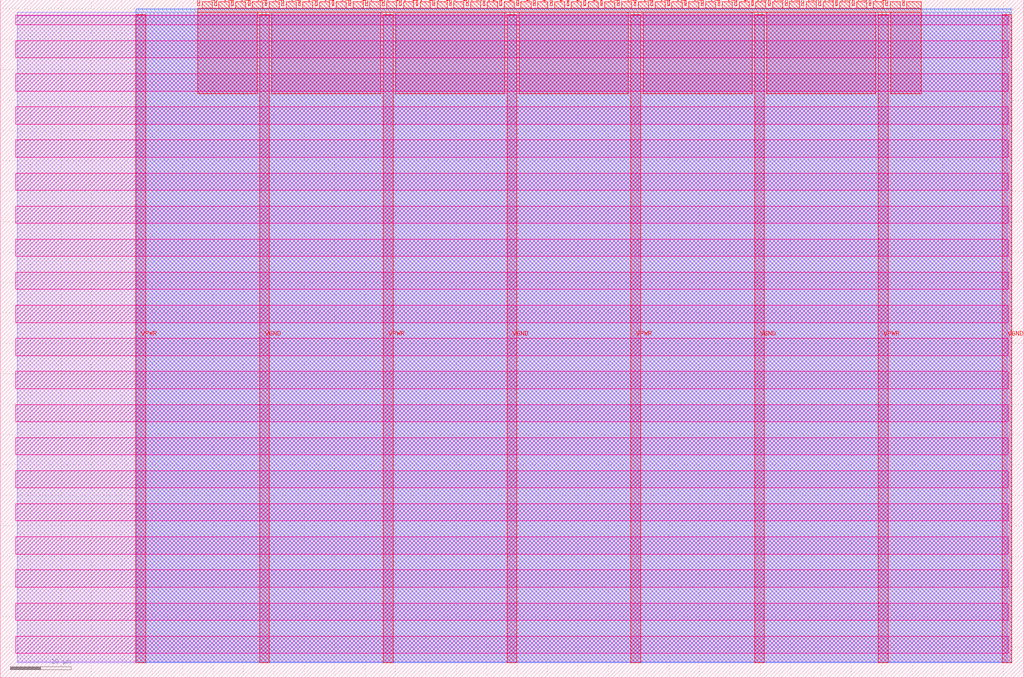
<source format=lef>
VERSION 5.7 ;
  NOWIREEXTENSIONATPIN ON ;
  DIVIDERCHAR "/" ;
  BUSBITCHARS "[]" ;
MACRO tt_um_sunaofurukawa_cpu_8bit
  CLASS BLOCK ;
  FOREIGN tt_um_sunaofurukawa_cpu_8bit ;
  ORIGIN 0.000 0.000 ;
  SIZE 168.360 BY 111.520 ;
  PIN VGND
    DIRECTION INOUT ;
    USE GROUND ;
    PORT
      LAYER met4 ;
        RECT 42.670 2.480 44.270 109.040 ;
    END
    PORT
      LAYER met4 ;
        RECT 83.380 2.480 84.980 109.040 ;
    END
    PORT
      LAYER met4 ;
        RECT 124.090 2.480 125.690 109.040 ;
    END
    PORT
      LAYER met4 ;
        RECT 164.800 2.480 166.400 109.040 ;
    END
  END VGND
  PIN VPWR
    DIRECTION INOUT ;
    USE POWER ;
    PORT
      LAYER met4 ;
        RECT 22.315 2.480 23.915 109.040 ;
    END
    PORT
      LAYER met4 ;
        RECT 63.025 2.480 64.625 109.040 ;
    END
    PORT
      LAYER met4 ;
        RECT 103.735 2.480 105.335 109.040 ;
    END
    PORT
      LAYER met4 ;
        RECT 144.445 2.480 146.045 109.040 ;
    END
  END VPWR
  PIN clk
    DIRECTION INPUT ;
    USE SIGNAL ;
    ANTENNAGATEAREA 0.852000 ;
    PORT
      LAYER met4 ;
        RECT 145.670 110.520 145.970 111.520 ;
    END
  END clk
  PIN ena
    DIRECTION INPUT ;
    USE SIGNAL ;
    ANTENNAGATEAREA 0.196500 ;
    PORT
      LAYER met4 ;
        RECT 148.430 110.520 148.730 111.520 ;
    END
  END ena
  PIN rst_n
    DIRECTION INPUT ;
    USE SIGNAL ;
    ANTENNAGATEAREA 0.213000 ;
    PORT
      LAYER met4 ;
        RECT 142.910 110.520 143.210 111.520 ;
    END
  END rst_n
  PIN ui_in[0]
    DIRECTION INPUT ;
    USE SIGNAL ;
    ANTENNAGATEAREA 0.196500 ;
    PORT
      LAYER met4 ;
        RECT 140.150 110.520 140.450 111.520 ;
    END
  END ui_in[0]
  PIN ui_in[1]
    DIRECTION INPUT ;
    USE SIGNAL ;
    ANTENNAGATEAREA 0.196500 ;
    PORT
      LAYER met4 ;
        RECT 137.390 110.520 137.690 111.520 ;
    END
  END ui_in[1]
  PIN ui_in[2]
    DIRECTION INPUT ;
    USE SIGNAL ;
    ANTENNAGATEAREA 0.196500 ;
    PORT
      LAYER met4 ;
        RECT 134.630 110.520 134.930 111.520 ;
    END
  END ui_in[2]
  PIN ui_in[3]
    DIRECTION INPUT ;
    USE SIGNAL ;
    ANTENNAGATEAREA 0.196500 ;
    PORT
      LAYER met4 ;
        RECT 131.870 110.520 132.170 111.520 ;
    END
  END ui_in[3]
  PIN ui_in[4]
    DIRECTION INPUT ;
    USE SIGNAL ;
    ANTENNAGATEAREA 0.126000 ;
    PORT
      LAYER met4 ;
        RECT 129.110 110.520 129.410 111.520 ;
    END
  END ui_in[4]
  PIN ui_in[5]
    DIRECTION INPUT ;
    USE SIGNAL ;
    ANTENNAGATEAREA 0.213000 ;
    PORT
      LAYER met4 ;
        RECT 126.350 110.520 126.650 111.520 ;
    END
  END ui_in[5]
  PIN ui_in[6]
    DIRECTION INPUT ;
    USE SIGNAL ;
    ANTENNAGATEAREA 0.213000 ;
    PORT
      LAYER met4 ;
        RECT 123.590 110.520 123.890 111.520 ;
    END
  END ui_in[6]
  PIN ui_in[7]
    DIRECTION INPUT ;
    USE SIGNAL ;
    ANTENNAGATEAREA 0.213000 ;
    PORT
      LAYER met4 ;
        RECT 120.830 110.520 121.130 111.520 ;
    END
  END ui_in[7]
  PIN uio_in[0]
    DIRECTION INPUT ;
    USE SIGNAL ;
    PORT
      LAYER met4 ;
        RECT 118.070 110.520 118.370 111.520 ;
    END
  END uio_in[0]
  PIN uio_in[1]
    DIRECTION INPUT ;
    USE SIGNAL ;
    PORT
      LAYER met4 ;
        RECT 115.310 110.520 115.610 111.520 ;
    END
  END uio_in[1]
  PIN uio_in[2]
    DIRECTION INPUT ;
    USE SIGNAL ;
    PORT
      LAYER met4 ;
        RECT 112.550 110.520 112.850 111.520 ;
    END
  END uio_in[2]
  PIN uio_in[3]
    DIRECTION INPUT ;
    USE SIGNAL ;
    PORT
      LAYER met4 ;
        RECT 109.790 110.520 110.090 111.520 ;
    END
  END uio_in[3]
  PIN uio_in[4]
    DIRECTION INPUT ;
    USE SIGNAL ;
    PORT
      LAYER met4 ;
        RECT 107.030 110.520 107.330 111.520 ;
    END
  END uio_in[4]
  PIN uio_in[5]
    DIRECTION INPUT ;
    USE SIGNAL ;
    PORT
      LAYER met4 ;
        RECT 104.270 110.520 104.570 111.520 ;
    END
  END uio_in[5]
  PIN uio_in[6]
    DIRECTION INPUT ;
    USE SIGNAL ;
    PORT
      LAYER met4 ;
        RECT 101.510 110.520 101.810 111.520 ;
    END
  END uio_in[6]
  PIN uio_in[7]
    DIRECTION INPUT ;
    USE SIGNAL ;
    PORT
      LAYER met4 ;
        RECT 98.750 110.520 99.050 111.520 ;
    END
  END uio_in[7]
  PIN uio_oe[0]
    DIRECTION OUTPUT TRISTATE ;
    USE SIGNAL ;
    PORT
      LAYER met4 ;
        RECT 51.830 110.520 52.130 111.520 ;
    END
  END uio_oe[0]
  PIN uio_oe[1]
    DIRECTION OUTPUT TRISTATE ;
    USE SIGNAL ;
    PORT
      LAYER met4 ;
        RECT 49.070 110.520 49.370 111.520 ;
    END
  END uio_oe[1]
  PIN uio_oe[2]
    DIRECTION OUTPUT TRISTATE ;
    USE SIGNAL ;
    PORT
      LAYER met4 ;
        RECT 46.310 110.520 46.610 111.520 ;
    END
  END uio_oe[2]
  PIN uio_oe[3]
    DIRECTION OUTPUT TRISTATE ;
    USE SIGNAL ;
    PORT
      LAYER met4 ;
        RECT 43.550 110.520 43.850 111.520 ;
    END
  END uio_oe[3]
  PIN uio_oe[4]
    DIRECTION OUTPUT TRISTATE ;
    USE SIGNAL ;
    PORT
      LAYER met4 ;
        RECT 40.790 110.520 41.090 111.520 ;
    END
  END uio_oe[4]
  PIN uio_oe[5]
    DIRECTION OUTPUT TRISTATE ;
    USE SIGNAL ;
    PORT
      LAYER met4 ;
        RECT 38.030 110.520 38.330 111.520 ;
    END
  END uio_oe[5]
  PIN uio_oe[6]
    DIRECTION OUTPUT TRISTATE ;
    USE SIGNAL ;
    PORT
      LAYER met4 ;
        RECT 35.270 110.520 35.570 111.520 ;
    END
  END uio_oe[6]
  PIN uio_oe[7]
    DIRECTION OUTPUT TRISTATE ;
    USE SIGNAL ;
    PORT
      LAYER met4 ;
        RECT 32.510 110.520 32.810 111.520 ;
    END
  END uio_oe[7]
  PIN uio_out[0]
    DIRECTION OUTPUT TRISTATE ;
    USE SIGNAL ;
    PORT
      LAYER met4 ;
        RECT 73.910 110.520 74.210 111.520 ;
    END
  END uio_out[0]
  PIN uio_out[1]
    DIRECTION OUTPUT TRISTATE ;
    USE SIGNAL ;
    PORT
      LAYER met4 ;
        RECT 71.150 110.520 71.450 111.520 ;
    END
  END uio_out[1]
  PIN uio_out[2]
    DIRECTION OUTPUT TRISTATE ;
    USE SIGNAL ;
    PORT
      LAYER met4 ;
        RECT 68.390 110.520 68.690 111.520 ;
    END
  END uio_out[2]
  PIN uio_out[3]
    DIRECTION OUTPUT TRISTATE ;
    USE SIGNAL ;
    PORT
      LAYER met4 ;
        RECT 65.630 110.520 65.930 111.520 ;
    END
  END uio_out[3]
  PIN uio_out[4]
    DIRECTION OUTPUT TRISTATE ;
    USE SIGNAL ;
    PORT
      LAYER met4 ;
        RECT 62.870 110.520 63.170 111.520 ;
    END
  END uio_out[4]
  PIN uio_out[5]
    DIRECTION OUTPUT TRISTATE ;
    USE SIGNAL ;
    PORT
      LAYER met4 ;
        RECT 60.110 110.520 60.410 111.520 ;
    END
  END uio_out[5]
  PIN uio_out[6]
    DIRECTION OUTPUT TRISTATE ;
    USE SIGNAL ;
    PORT
      LAYER met4 ;
        RECT 57.350 110.520 57.650 111.520 ;
    END
  END uio_out[6]
  PIN uio_out[7]
    DIRECTION OUTPUT TRISTATE ;
    USE SIGNAL ;
    PORT
      LAYER met4 ;
        RECT 54.590 110.520 54.890 111.520 ;
    END
  END uio_out[7]
  PIN uo_out[0]
    DIRECTION OUTPUT TRISTATE ;
    USE SIGNAL ;
    ANTENNAGATEAREA 0.621000 ;
    ANTENNADIFFAREA 0.891000 ;
    PORT
      LAYER met4 ;
        RECT 95.990 110.520 96.290 111.520 ;
    END
  END uo_out[0]
  PIN uo_out[1]
    DIRECTION OUTPUT TRISTATE ;
    USE SIGNAL ;
    ANTENNAGATEAREA 0.868500 ;
    ANTENNADIFFAREA 0.891000 ;
    PORT
      LAYER met4 ;
        RECT 93.230 110.520 93.530 111.520 ;
    END
  END uo_out[1]
  PIN uo_out[2]
    DIRECTION OUTPUT TRISTATE ;
    USE SIGNAL ;
    ANTENNAGATEAREA 1.611000 ;
    ANTENNADIFFAREA 0.891000 ;
    PORT
      LAYER met4 ;
        RECT 90.470 110.520 90.770 111.520 ;
    END
  END uo_out[2]
  PIN uo_out[3]
    DIRECTION OUTPUT TRISTATE ;
    USE SIGNAL ;
    ANTENNAGATEAREA 0.994500 ;
    ANTENNADIFFAREA 0.891000 ;
    PORT
      LAYER met4 ;
        RECT 87.710 110.520 88.010 111.520 ;
    END
  END uo_out[3]
  PIN uo_out[4]
    DIRECTION OUTPUT TRISTATE ;
    USE SIGNAL ;
    ANTENNAGATEAREA 0.994500 ;
    ANTENNADIFFAREA 0.891000 ;
    PORT
      LAYER met4 ;
        RECT 84.950 110.520 85.250 111.520 ;
    END
  END uo_out[4]
  PIN uo_out[5]
    DIRECTION OUTPUT TRISTATE ;
    USE SIGNAL ;
    ANTENNAGATEAREA 0.747000 ;
    ANTENNADIFFAREA 0.891000 ;
    PORT
      LAYER met4 ;
        RECT 82.190 110.520 82.490 111.520 ;
    END
  END uo_out[5]
  PIN uo_out[6]
    DIRECTION OUTPUT TRISTATE ;
    USE SIGNAL ;
    ANTENNAGATEAREA 0.747000 ;
    ANTENNADIFFAREA 0.891000 ;
    PORT
      LAYER met4 ;
        RECT 79.430 110.520 79.730 111.520 ;
    END
  END uo_out[6]
  PIN uo_out[7]
    DIRECTION OUTPUT TRISTATE ;
    USE SIGNAL ;
    ANTENNAGATEAREA 0.868500 ;
    ANTENNADIFFAREA 0.891000 ;
    PORT
      LAYER met4 ;
        RECT 76.670 110.520 76.970 111.520 ;
    END
  END uo_out[7]
  OBS
      LAYER nwell ;
        RECT 2.570 107.385 165.790 108.990 ;
        RECT 2.570 101.945 165.790 104.775 ;
        RECT 2.570 96.505 165.790 99.335 ;
        RECT 2.570 91.065 165.790 93.895 ;
        RECT 2.570 85.625 165.790 88.455 ;
        RECT 2.570 80.185 165.790 83.015 ;
        RECT 2.570 74.745 165.790 77.575 ;
        RECT 2.570 69.305 165.790 72.135 ;
        RECT 2.570 63.865 165.790 66.695 ;
        RECT 2.570 58.425 165.790 61.255 ;
        RECT 2.570 52.985 165.790 55.815 ;
        RECT 2.570 47.545 165.790 50.375 ;
        RECT 2.570 42.105 165.790 44.935 ;
        RECT 2.570 36.665 165.790 39.495 ;
        RECT 2.570 31.225 165.790 34.055 ;
        RECT 2.570 25.785 165.790 28.615 ;
        RECT 2.570 20.345 165.790 23.175 ;
        RECT 2.570 14.905 165.790 17.735 ;
        RECT 2.570 9.465 165.790 12.295 ;
        RECT 2.570 4.025 165.790 6.855 ;
      LAYER li1 ;
        RECT 2.760 2.635 165.600 108.885 ;
      LAYER met1 ;
        RECT 2.760 2.480 166.400 109.440 ;
      LAYER met2 ;
        RECT 22.345 2.535 166.370 110.005 ;
      LAYER met3 ;
        RECT 22.325 2.555 166.390 109.985 ;
      LAYER met4 ;
        RECT 33.210 110.120 34.870 111.170 ;
        RECT 35.970 110.120 37.630 111.170 ;
        RECT 38.730 110.120 40.390 111.170 ;
        RECT 41.490 110.120 43.150 111.170 ;
        RECT 44.250 110.120 45.910 111.170 ;
        RECT 47.010 110.120 48.670 111.170 ;
        RECT 49.770 110.120 51.430 111.170 ;
        RECT 52.530 110.120 54.190 111.170 ;
        RECT 55.290 110.120 56.950 111.170 ;
        RECT 58.050 110.120 59.710 111.170 ;
        RECT 60.810 110.120 62.470 111.170 ;
        RECT 63.570 110.120 65.230 111.170 ;
        RECT 66.330 110.120 67.990 111.170 ;
        RECT 69.090 110.120 70.750 111.170 ;
        RECT 71.850 110.120 73.510 111.170 ;
        RECT 74.610 110.120 76.270 111.170 ;
        RECT 77.370 110.120 79.030 111.170 ;
        RECT 80.130 110.120 81.790 111.170 ;
        RECT 82.890 110.120 84.550 111.170 ;
        RECT 85.650 110.120 87.310 111.170 ;
        RECT 88.410 110.120 90.070 111.170 ;
        RECT 91.170 110.120 92.830 111.170 ;
        RECT 93.930 110.120 95.590 111.170 ;
        RECT 96.690 110.120 98.350 111.170 ;
        RECT 99.450 110.120 101.110 111.170 ;
        RECT 102.210 110.120 103.870 111.170 ;
        RECT 104.970 110.120 106.630 111.170 ;
        RECT 107.730 110.120 109.390 111.170 ;
        RECT 110.490 110.120 112.150 111.170 ;
        RECT 113.250 110.120 114.910 111.170 ;
        RECT 116.010 110.120 117.670 111.170 ;
        RECT 118.770 110.120 120.430 111.170 ;
        RECT 121.530 110.120 123.190 111.170 ;
        RECT 124.290 110.120 125.950 111.170 ;
        RECT 127.050 110.120 128.710 111.170 ;
        RECT 129.810 110.120 131.470 111.170 ;
        RECT 132.570 110.120 134.230 111.170 ;
        RECT 135.330 110.120 136.990 111.170 ;
        RECT 138.090 110.120 139.750 111.170 ;
        RECT 140.850 110.120 142.510 111.170 ;
        RECT 143.610 110.120 145.270 111.170 ;
        RECT 146.370 110.120 148.030 111.170 ;
        RECT 149.130 110.120 151.505 111.170 ;
        RECT 32.495 109.440 151.505 110.120 ;
        RECT 32.495 96.055 42.270 109.440 ;
        RECT 44.670 96.055 62.625 109.440 ;
        RECT 65.025 96.055 82.980 109.440 ;
        RECT 85.380 96.055 103.335 109.440 ;
        RECT 105.735 96.055 123.690 109.440 ;
        RECT 126.090 96.055 144.045 109.440 ;
        RECT 146.445 96.055 151.505 109.440 ;
  END
END tt_um_sunaofurukawa_cpu_8bit
END LIBRARY


</source>
